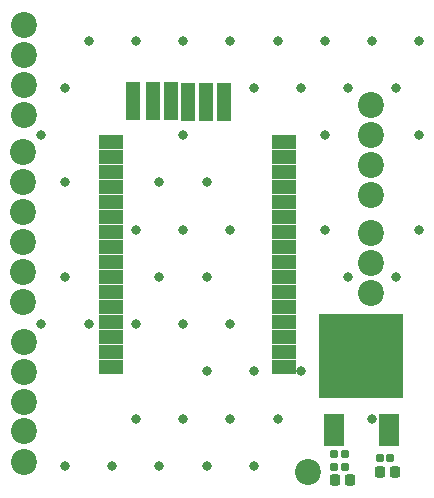
<source format=gts>
G04*
G04 #@! TF.GenerationSoftware,Altium Limited,Altium Designer,23.2.1 (34)*
G04*
G04 Layer_Color=8388736*
%FSTAX44Y44*%
%MOMM*%
G71*
G04*
G04 #@! TF.SameCoordinates,9BF6DC58-3579-49A4-A00A-48C36C1373D3*
G04*
G04*
G04 #@! TF.FilePolarity,Negative*
G04*
G01*
G75*
%ADD19R,2.0999X1.2701*%
%ADD20R,1.2000X3.2000*%
%ADD21R,1.7000X2.7000*%
%ADD22R,7.2000X7.2000*%
G04:AMPARAMS|DCode=23|XSize=0.7mm|YSize=0.71mm|CornerRadius=0.225mm|HoleSize=0mm|Usage=FLASHONLY|Rotation=0.000|XOffset=0mm|YOffset=0mm|HoleType=Round|Shape=RoundedRectangle|*
%AMROUNDEDRECTD23*
21,1,0.7000,0.2600,0,0,0.0*
21,1,0.2500,0.7100,0,0,0.0*
1,1,0.4500,0.1250,-0.1300*
1,1,0.4500,-0.1250,-0.1300*
1,1,0.4500,-0.1250,0.1300*
1,1,0.4500,0.1250,0.1300*
%
%ADD23ROUNDEDRECTD23*%
G04:AMPARAMS|DCode=24|XSize=0.91mm|YSize=1.01mm|CornerRadius=0.2775mm|HoleSize=0mm|Usage=FLASHONLY|Rotation=180.000|XOffset=0mm|YOffset=0mm|HoleType=Round|Shape=RoundedRectangle|*
%AMROUNDEDRECTD24*
21,1,0.9100,0.4550,0,0,180.0*
21,1,0.3550,1.0100,0,0,180.0*
1,1,0.5550,-0.1775,0.2275*
1,1,0.5550,0.1775,0.2275*
1,1,0.5550,0.1775,-0.2275*
1,1,0.5550,-0.1775,-0.2275*
%
%ADD24ROUNDEDRECTD24*%
%ADD25C,2.2000*%
%ADD26C,0.8000*%
D19*
X004655Y0037985D02*
D03*
Y0036715D02*
D03*
Y0035445D02*
D03*
Y0034175D02*
D03*
Y0032905D02*
D03*
Y0031635D02*
D03*
X00319099Y0027825D02*
D03*
Y0029095D02*
D03*
Y0030365D02*
D03*
X004655D02*
D03*
X00319099Y0031635D02*
D03*
Y0032905D02*
D03*
Y0034175D02*
D03*
Y0035445D02*
D03*
Y0036715D02*
D03*
Y0037985D02*
D03*
Y0039255D02*
D03*
Y0040525D02*
D03*
Y0041795D02*
D03*
Y0043065D02*
D03*
X004655Y0029095D02*
D03*
X00319099Y0044335D02*
D03*
Y0045605D02*
D03*
Y0046875D02*
D03*
X004655D02*
D03*
Y0045605D02*
D03*
Y0044335D02*
D03*
Y0043065D02*
D03*
Y0041795D02*
D03*
Y0040525D02*
D03*
Y0039255D02*
D03*
Y0027825D02*
D03*
D20*
X0039975Y00503D02*
D03*
X004145Y0050325D02*
D03*
X0038425Y00503D02*
D03*
X0035425Y005035D02*
D03*
X003695D02*
D03*
X0033775Y0050375D02*
D03*
D21*
X00554Y0022525D02*
D03*
X00508D02*
D03*
D22*
X00531Y0028775D02*
D03*
D23*
X00508Y002045D02*
D03*
X00517D02*
D03*
X00546308Y00201792D02*
D03*
X00555308D02*
D03*
X00508Y0019425D02*
D03*
X00517D02*
D03*
D24*
X005595Y0018925D02*
D03*
X005466D02*
D03*
X005085Y00183D02*
D03*
X005214D02*
D03*
D25*
X00245Y00568D02*
D03*
Y0051725D02*
D03*
Y005425D02*
D03*
Y00492D02*
D03*
Y002745D02*
D03*
Y0024925D02*
D03*
Y00224D02*
D03*
Y001985D02*
D03*
Y003D02*
D03*
X005395Y0050025D02*
D03*
Y0034125D02*
D03*
Y00392D02*
D03*
Y0036675D02*
D03*
Y0042425D02*
D03*
Y00475D02*
D03*
Y0044975D02*
D03*
X0024475Y00435D02*
D03*
Y0040975D02*
D03*
Y003845D02*
D03*
Y004605D02*
D03*
X00244731Y0035891D02*
D03*
X0024475Y003335D02*
D03*
X004855Y0018975D02*
D03*
D26*
X0034Y0039475D02*
D03*
Y0031475D02*
D03*
X0048Y0027475D02*
D03*
X0058Y0055475D02*
D03*
X0056Y0051475D02*
D03*
X0058Y0047475D02*
D03*
Y0039475D02*
D03*
X0056Y0035475D02*
D03*
X0054Y0055475D02*
D03*
X0052Y0051475D02*
D03*
Y0035475D02*
D03*
X0054Y0023475D02*
D03*
X005Y0055475D02*
D03*
X0048Y0051475D02*
D03*
X005Y0047475D02*
D03*
Y0039475D02*
D03*
X0046Y0055475D02*
D03*
X0044Y0051475D02*
D03*
Y0027475D02*
D03*
X0046Y0023475D02*
D03*
X0044Y0019475D02*
D03*
X0042Y0055475D02*
D03*
X004Y0043475D02*
D03*
X0042Y0039475D02*
D03*
X004Y0035475D02*
D03*
X0042Y0031475D02*
D03*
X004Y0027475D02*
D03*
X0042Y0023475D02*
D03*
X004Y0019475D02*
D03*
X0038Y0055475D02*
D03*
Y0047475D02*
D03*
X0036Y0043475D02*
D03*
X0038Y0039475D02*
D03*
X0036Y0035475D02*
D03*
X0038Y0031475D02*
D03*
Y0023475D02*
D03*
X0036Y0019475D02*
D03*
X0034Y0055475D02*
D03*
Y0023475D02*
D03*
X0032Y0019475D02*
D03*
X003Y0055475D02*
D03*
X0028Y0051475D02*
D03*
Y0043475D02*
D03*
Y0035475D02*
D03*
X003Y0031475D02*
D03*
X0028Y0019475D02*
D03*
X0026Y0047475D02*
D03*
Y0031475D02*
D03*
M02*

</source>
